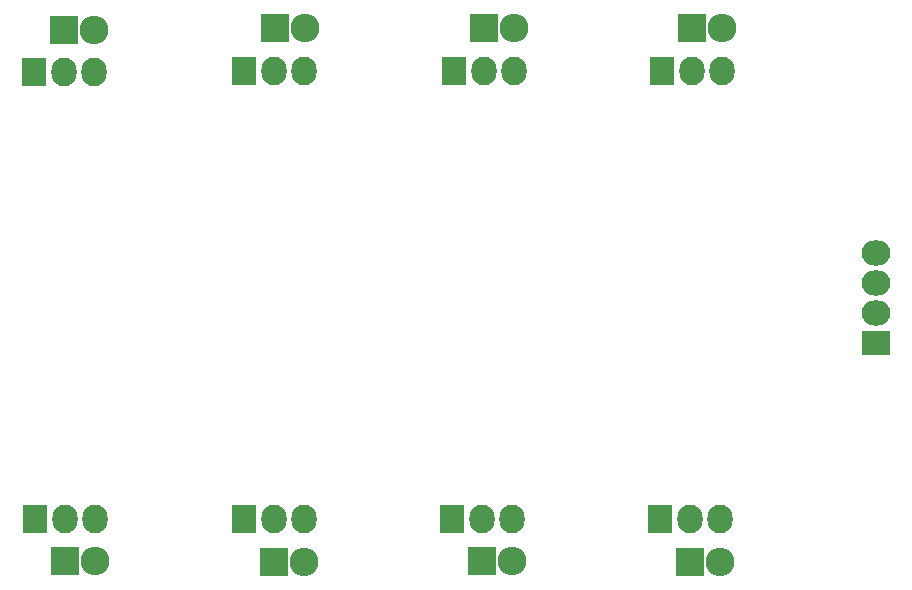
<source format=gbr>
G04 #@! TF.FileFunction,Soldermask,Bot*
%FSLAX46Y46*%
G04 Gerber Fmt 4.6, Leading zero omitted, Abs format (unit mm)*
G04 Created by KiCad (PCBNEW 4.0.2-stable) date 2017年04月24日 星期一 06:29:02*
%MOMM*%
G01*
G04 APERTURE LIST*
%ADD10C,0.100000*%
%ADD11R,2.432000X2.432000*%
%ADD12O,2.432000X2.432000*%
%ADD13R,2.432000X2.127200*%
%ADD14O,2.432000X2.127200*%
%ADD15R,2.127200X2.432000*%
%ADD16O,2.127200X2.432000*%
G04 APERTURE END LIST*
D10*
D11*
X123260000Y-88225000D03*
D12*
X125800000Y-88225000D03*
D11*
X141058900Y-88112600D03*
D12*
X143598900Y-88112600D03*
D11*
X158775000Y-88100000D03*
D12*
X161315000Y-88100000D03*
D11*
X176425000Y-88100000D03*
D12*
X178965000Y-88100000D03*
D11*
X123285000Y-133225000D03*
D12*
X125825000Y-133225000D03*
D11*
X141010000Y-133250000D03*
D12*
X143550000Y-133250000D03*
D11*
X158660000Y-133225000D03*
D12*
X161200000Y-133225000D03*
D11*
X176260000Y-133250000D03*
D12*
X178800000Y-133250000D03*
D13*
X192025000Y-114765000D03*
D14*
X192025000Y-112225000D03*
X192025000Y-109685000D03*
X192025000Y-107145000D03*
D15*
X120720000Y-91825000D03*
D16*
X123260000Y-91825000D03*
X125800000Y-91825000D03*
D15*
X138506200Y-91694000D03*
D16*
X141046200Y-91694000D03*
X143586200Y-91694000D03*
D15*
X156225000Y-91675000D03*
D16*
X158765000Y-91675000D03*
X161305000Y-91675000D03*
D15*
X173875000Y-91675000D03*
D16*
X176415000Y-91675000D03*
X178955000Y-91675000D03*
D15*
X120745000Y-129650000D03*
D16*
X123285000Y-129650000D03*
X125825000Y-129650000D03*
D15*
X138450000Y-129675000D03*
D16*
X140990000Y-129675000D03*
X143530000Y-129675000D03*
D15*
X156100000Y-129650000D03*
D16*
X158640000Y-129650000D03*
X161180000Y-129650000D03*
D15*
X173725000Y-129675000D03*
D16*
X176265000Y-129675000D03*
X178805000Y-129675000D03*
M02*

</source>
